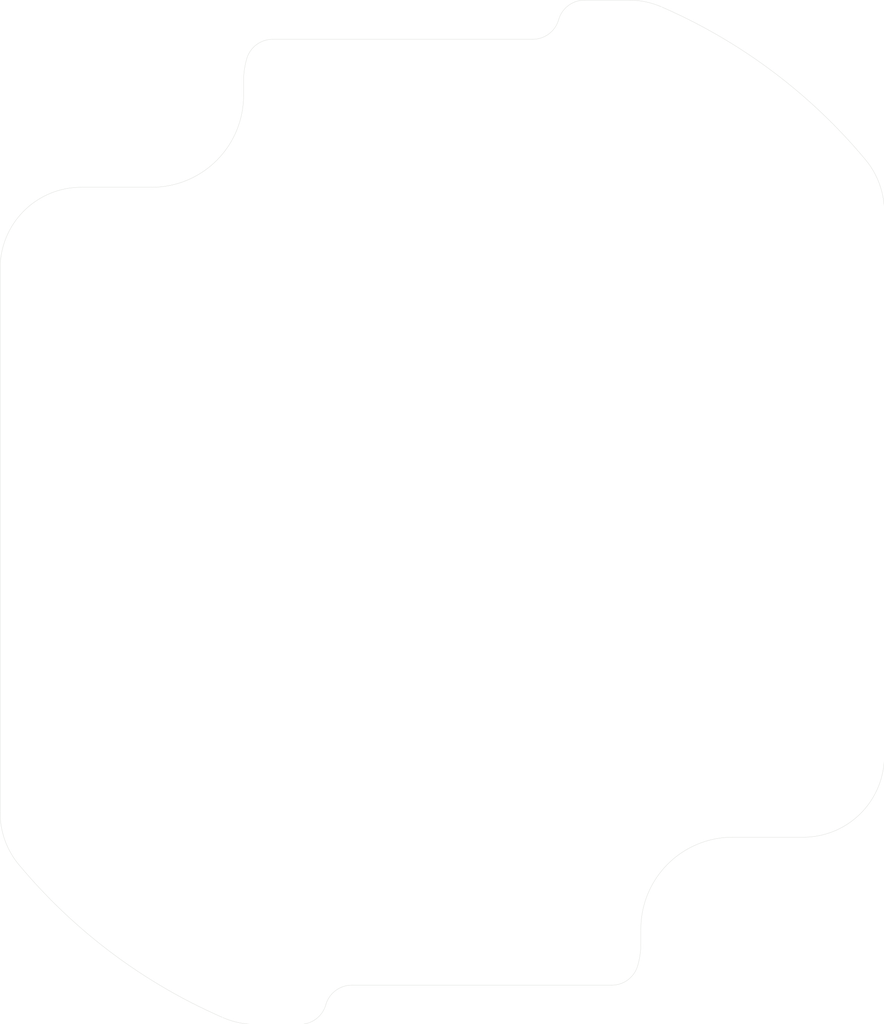
<source format=kicad_pcb>
(kicad_pcb (version 3) (host pcbnew "(2013-03-31 BZR 4008)-stable")

  (general
    (links 0)
    (no_connects 0)
    (area -16.378668 -18.968861 16.378668 18.968861)
    (thickness 1.6)
    (drawings 29)
    (tracks 0)
    (zones 0)
    (modules 0)
    (nets 1)
  )

  (page A3)
  (layers
    (15 F.Cu signal)
    (0 B.Cu signal)
    (16 B.Adhes user)
    (17 F.Adhes user)
    (18 B.Paste user)
    (19 F.Paste user)
    (20 B.SilkS user)
    (21 F.SilkS user)
    (22 B.Mask user)
    (23 F.Mask user)
    (24 Dwgs.User user)
    (25 Cmts.User user)
    (26 Eco1.User user)
    (27 Eco2.User user)
    (28 Edge.Cuts user)
  )

  (setup
    (last_trace_width 0.254)
    (trace_clearance 0.254)
    (zone_clearance 0.508)
    (zone_45_only no)
    (trace_min 0.254)
    (segment_width 0.1)
    (edge_width 0.1)
    (via_size 0.889)
    (via_drill 0.635)
    (via_min_size 0.889)
    (via_min_drill 0.508)
    (uvia_size 0.508)
    (uvia_drill 0.127)
    (uvias_allowed no)
    (uvia_min_size 0.508)
    (uvia_min_drill 0.127)
    (pcb_text_width 0.3)
    (pcb_text_size 1.5 1.5)
    (mod_edge_width 0.15)
    (mod_text_size 1 1)
    (mod_text_width 0.15)
    (pad_size 1.5 1.5)
    (pad_drill 0.6)
    (pad_to_mask_clearance 0)
    (aux_axis_origin 0 0)
    (visible_elements 7FFFFFFF)
    (pcbplotparams
      (layerselection 3178497)
      (usegerberextensions true)
      (excludeedgelayer true)
      (linewidth 152400)
      (plotframeref false)
      (viasonmask false)
      (mode 1)
      (useauxorigin false)
      (hpglpennumber 1)
      (hpglpenspeed 20)
      (hpglpendiameter 15)
      (hpglpenoverlay 2)
      (psnegative false)
      (psa4output false)
      (plotreference true)
      (plotvalue true)
      (plotothertext true)
      (plotinvisibletext false)
      (padsonsilk false)
      (subtractmaskfromsilk false)
      (outputformat 1)
      (mirror false)
      (drillshape 1)
      (scaleselection 1)
      (outputdirectory ""))
  )

  (net 0 "")

  (net_class Default "This is the default net class."
    (clearance 0.254)
    (trace_width 0.254)
    (via_dia 0.889)
    (via_drill 0.635)
    (uvia_dia 0.508)
    (uvia_drill 0.127)
    (add_net "")
  )

  (gr_circle (center 0 0) (end 13 0) (layer Dwgs.User) (width 3))
  (gr_line (start -6.279774 -17.513859) (end 3.35 -17.513859) (angle 90) (layer Edge.Cuts) (width 0.01))
  (gr_arc (start -6.279774 -16.513858) (end -6.279774 -17.513859) (angle -74) (layer Edge.Cuts) (width 0.01))
  (gr_arc (start -4.356886 -15.963859) (end -7.241219 -16.788858) (angle -15.9) (layer Edge.Cuts) (width 0.01))
  (gr_line (start -7.356886 -15.963859) (end -7.356886 -15.434116) (angle 90) (layer Edge.Cuts) (width 0.01))
  (gr_arc (start -10.756886 -15.434116) (end -10.756886 -12.034116) (angle -90) (layer Edge.Cuts) (width 0.01))
  (gr_line (start -10.756886 -12.034116) (end -13.373666 -12.034116) (angle 90) (layer Edge.Cuts) (width 0.01))
  (gr_arc (start -13.373666 -9.034116) (end -13.373666 -12.034116) (angle -89.9) (layer Edge.Cuts) (width 0.01))
  (gr_line (start -16.373667 -9.034116) (end -16.373667 11.131265) (angle 90) (layer Edge.Cuts) (width 0.01))
  (gr_arc (start -13.373669 11.131265) (end -16.373667 11.131265) (angle -39.7) (layer Edge.Cuts) (width 0.01))
  (gr_arc (start 0 -0.000002) (end -15.67947 13.050448) (angle -26.7) (layer Edge.Cuts) (width 0.01))
  (gr_arc (start -6.922079 15.96386) (end -8.115544 18.716248) (angle -23.4) (layer Edge.Cuts) (width 0.01))
  (gr_line (start -6.922082 18.96386) (end -5.272889 18.96386) (angle 90) (layer Edge.Cuts) (width 0.01))
  (gr_arc (start -5.272889 17.963859) (end -5.272889 18.96386) (angle -74) (layer Edge.Cuts) (width 0.01))
  (gr_arc (start -3.35 18.513859) (end -3.35 17.513859) (angle -74) (layer Edge.Cuts) (width 0.01))
  (gr_line (start 6.279774 17.513859) (end -3.35 17.513859) (angle 90) (layer Edge.Cuts) (width 0.01))
  (gr_arc (start 6.279774 16.513858) (end 6.279774 17.513859) (angle -74) (layer Edge.Cuts) (width 0.01))
  (gr_arc (start 4.356886 15.963859) (end 7.241219 16.788858) (angle -15.9) (layer Edge.Cuts) (width 0.01))
  (gr_line (start 7.356886 15.963859) (end 7.356886 15.434116) (angle 90) (layer Edge.Cuts) (width 0.01))
  (gr_arc (start 10.756886 15.434116) (end 10.756886 12.034116) (angle -90) (layer Edge.Cuts) (width 0.01))
  (gr_line (start 10.756886 12.034116) (end 13.373666 12.034116) (angle 90) (layer Edge.Cuts) (width 0.01))
  (gr_arc (start 13.373666 9.034116) (end 13.373666 12.034116) (angle -89.9) (layer Edge.Cuts) (width 0.01))
  (gr_line (start 16.373667 9.034116) (end 16.373667 -11.131265) (angle 90) (layer Edge.Cuts) (width 0.01))
  (gr_arc (start 13.373669 -11.131265) (end 16.373667 -11.131265) (angle -39.7) (layer Edge.Cuts) (width 0.01))
  (gr_arc (start 0 0.000002) (end 15.67947 -13.050448) (angle -26.7) (layer Edge.Cuts) (width 0.01))
  (gr_arc (start 6.922079 -15.96386) (end 8.115544 -18.716248) (angle -23.4) (layer Edge.Cuts) (width 0.01))
  (gr_line (start 6.922082 -18.96386) (end 5.272889 -18.96386) (angle 90) (layer Edge.Cuts) (width 0.01))
  (gr_arc (start 5.272889 -17.963859) (end 5.272889 -18.96386) (angle -74) (layer Edge.Cuts) (width 0.01))
  (gr_arc (start 3.35 -18.513859) (end 3.35 -17.513859) (angle -74) (layer Edge.Cuts) (width 0.01))

)

</source>
